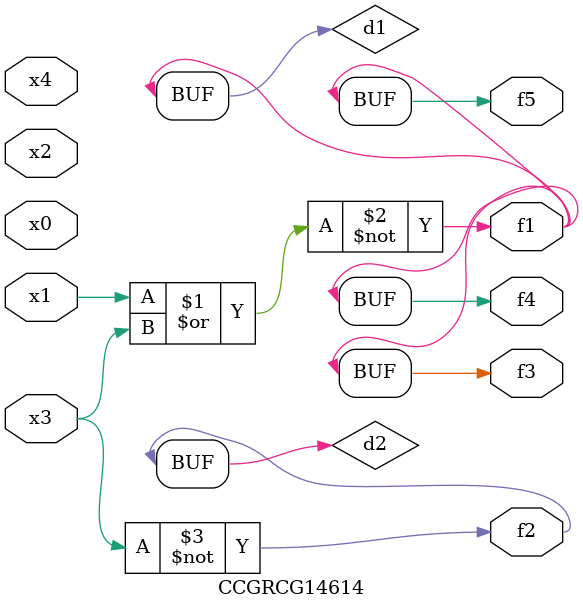
<source format=v>
module CCGRCG14614(
	input x0, x1, x2, x3, x4,
	output f1, f2, f3, f4, f5
);

	wire d1, d2;

	nor (d1, x1, x3);
	not (d2, x3);
	assign f1 = d1;
	assign f2 = d2;
	assign f3 = d1;
	assign f4 = d1;
	assign f5 = d1;
endmodule

</source>
